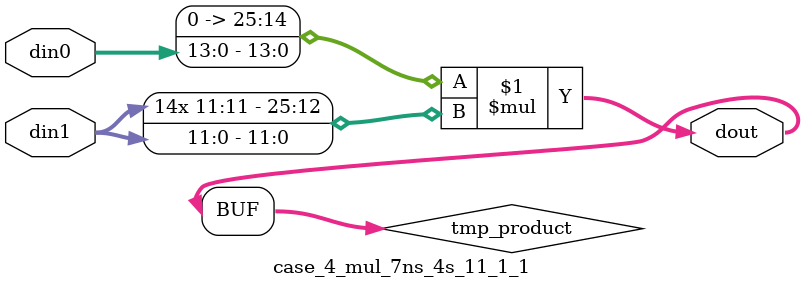
<source format=v>

`timescale 1 ns / 1 ps

 (* use_dsp = "no" *)  module case_4_mul_7ns_4s_11_1_1(din0, din1, dout);
parameter ID = 1;
parameter NUM_STAGE = 0;
parameter din0_WIDTH = 14;
parameter din1_WIDTH = 12;
parameter dout_WIDTH = 26;

input [din0_WIDTH - 1 : 0] din0; 
input [din1_WIDTH - 1 : 0] din1; 
output [dout_WIDTH - 1 : 0] dout;

wire signed [dout_WIDTH - 1 : 0] tmp_product;

























assign tmp_product = $signed({1'b0, din0}) * $signed(din1);










assign dout = tmp_product;





















endmodule

</source>
